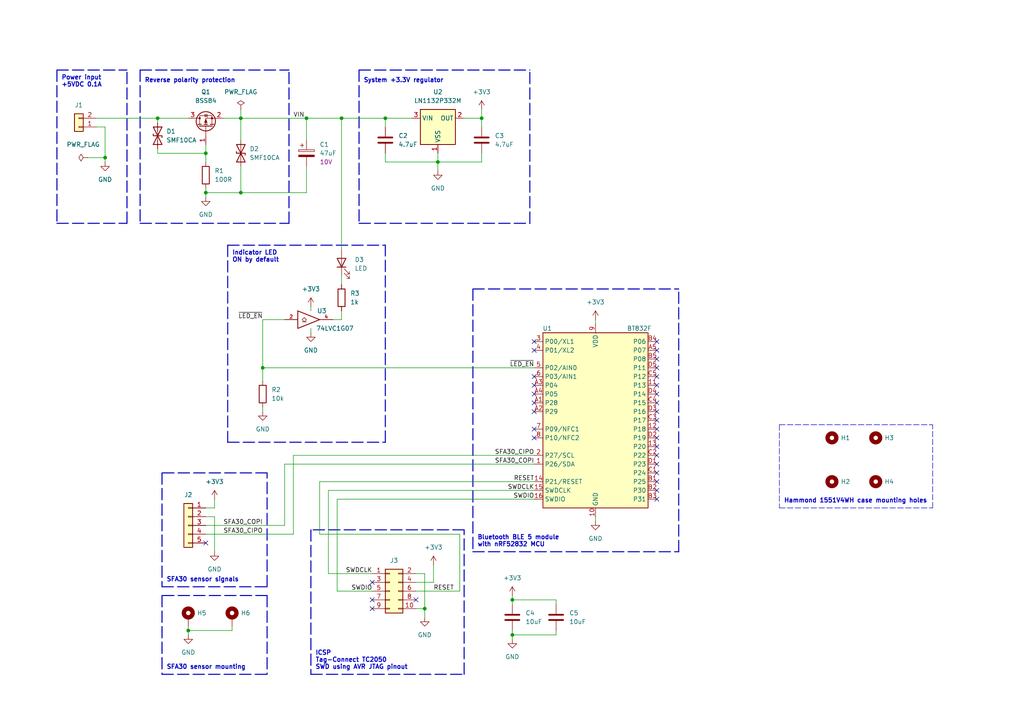
<source format=kicad_sch>
(kicad_sch (version 20211123) (generator eeschema)
  (paper "A4")
  (title_block (title "moca-hcho") (date "2022-01-01") (rev "${VERSION}") (company "https://gekkio.fi"))
  (lib_symbols
    (symbol "74xGxx:74LVC1G07" (pin_names (offset 1.016))
      (property "Reference" "U" (at -2.54 3.81 0))
      (property "Value" "74LVC1G07" (at 0 -3.81 0))
      (symbol "74LVC1G07_0_1"
        (polyline (pts (xy -2.54 -0.635) (xy -1.27 -0.635)))
        (polyline (pts (xy -3.81 2.54) (xy -3.81 -2.54) (xy 2.54 0) (xy -3.81 2.54)) (stroke (width 0.254)))
        (polyline (pts (xy -1.905 0.635) (xy -2.54 0) (xy -1.905 -0.635) (xy -1.27 0) (xy -1.905 0.635)))
      )
      (symbol "74LVC1G07_1_1"
        (pin input line (at -7.62 0 0) (length 3.81) (name "~") (number "2"))
        (pin power_in line (at 0 -2.54 270) (length 0) hide (name "GND") (number "3"))
        (pin open_collector line (at 6.35 0 180) (length 3.81) (name "~") (number "4"))
        (pin power_in line (at 0 2.54 90) (length 0) hide (name "VCC") (number "5"))
      )
    )
    (symbol "Connector_Generic:Conn_01x02" (pin_names (offset 1.016) hide)
      (property "Reference" "J" (at 0 2.54 0))
      (property "Value" "Conn_01x02" (at 0 -5.08 0))
      (symbol "Conn_01x02_1_1"
        (rectangle (start -1.27 -2.413) (end 0 -2.667) (stroke (width 0.1524)))
        (rectangle (start -1.27 0.127) (end 0 -0.127) (stroke (width 0.1524)))
        (rectangle (start -1.27 1.27) (end 1.27 -3.81) (stroke (width 0.254)) (fill (type background)))
        (pin passive line (at -5.08 0 0) (length 3.81) (name "Pin_1") (number "1"))
        (pin passive line (at -5.08 -2.54 0) (length 3.81) (name "Pin_2") (number "2"))
      )
    )
    (symbol "Connector_Generic:Conn_01x05" (pin_names (offset 1.016) hide)
      (property "Reference" "J" (at 0 7.62 0))
      (property "Value" "Conn_01x05" (at 0 -7.62 0))
      (symbol "Conn_01x05_1_1"
        (rectangle (start -1.27 -4.953) (end 0 -5.207) (stroke (width 0.1524)))
        (rectangle (start -1.27 -2.413) (end 0 -2.667) (stroke (width 0.1524)))
        (rectangle (start -1.27 0.127) (end 0 -0.127) (stroke (width 0.1524)))
        (rectangle (start -1.27 2.667) (end 0 2.413) (stroke (width 0.1524)))
        (rectangle (start -1.27 5.207) (end 0 4.953) (stroke (width 0.1524)))
        (rectangle (start -1.27 6.35) (end 1.27 -6.35) (stroke (width 0.254)) (fill (type background)))
        (pin passive line (at -5.08 5.08 0) (length 3.81) (name "Pin_1") (number "1"))
        (pin passive line (at -5.08 2.54 0) (length 3.81) (name "Pin_2") (number "2"))
        (pin passive line (at -5.08 0 0) (length 3.81) (name "Pin_3") (number "3"))
        (pin passive line (at -5.08 -2.54 0) (length 3.81) (name "Pin_4") (number "4"))
        (pin passive line (at -5.08 -5.08 0) (length 3.81) (name "Pin_5") (number "5"))
      )
    )
    (symbol "Connector_Generic:Conn_02x05_Odd_Even" (pin_names (offset 1.016) hide)
      (property "Reference" "J" (at 1.27 7.62 0))
      (property "Value" "Conn_02x05_Odd_Even" (at 1.27 -7.62 0))
      (symbol "Conn_02x05_Odd_Even_1_1"
        (rectangle (start -1.27 -4.953) (end 0 -5.207) (stroke (width 0.1524)))
        (rectangle (start -1.27 -2.413) (end 0 -2.667) (stroke (width 0.1524)))
        (rectangle (start -1.27 0.127) (end 0 -0.127) (stroke (width 0.1524)))
        (rectangle (start -1.27 2.667) (end 0 2.413) (stroke (width 0.1524)))
        (rectangle (start -1.27 5.207) (end 0 4.953) (stroke (width 0.1524)))
        (rectangle (start -1.27 6.35) (end 3.81 -6.35) (stroke (width 0.254)) (fill (type background)))
        (rectangle (start 3.81 -4.953) (end 2.54 -5.207) (stroke (width 0.1524)))
        (rectangle (start 3.81 -2.413) (end 2.54 -2.667) (stroke (width 0.1524)))
        (rectangle (start 3.81 0.127) (end 2.54 -0.127) (stroke (width 0.1524)))
        (rectangle (start 3.81 2.667) (end 2.54 2.413) (stroke (width 0.1524)))
        (rectangle (start 3.81 5.207) (end 2.54 4.953) (stroke (width 0.1524)))
        (pin passive line (at -5.08 5.08 0) (length 3.81) (name "Pin_1") (number "1"))
        (pin passive line (at 7.62 -5.08 180) (length 3.81) (name "Pin_10") (number "10"))
        (pin passive line (at 7.62 5.08 180) (length 3.81) (name "Pin_2") (number "2"))
        (pin passive line (at -5.08 2.54 0) (length 3.81) (name "Pin_3") (number "3"))
        (pin passive line (at 7.62 2.54 180) (length 3.81) (name "Pin_4") (number "4"))
        (pin passive line (at -5.08 0 0) (length 3.81) (name "Pin_5") (number "5"))
        (pin passive line (at 7.62 0 180) (length 3.81) (name "Pin_6") (number "6"))
        (pin passive line (at -5.08 -2.54 0) (length 3.81) (name "Pin_7") (number "7"))
        (pin passive line (at 7.62 -2.54 180) (length 3.81) (name "Pin_8") (number "8"))
        (pin passive line (at -5.08 -5.08 0) (length 3.81) (name "Pin_9") (number "9"))
      )
    )
    (symbol "Device:C" (pin_numbers hide) (pin_names (offset 0.254))
      (property "Reference" "C" (at 0.635 2.54 0))
      (property "Value" "C" (at 0.635 -2.54 0))
      (symbol "C_0_1"
        (polyline (pts (xy -2.032 -0.762) (xy 2.032 -0.762)) (stroke (width 0.508)))
        (polyline (pts (xy -2.032 0.762) (xy 2.032 0.762)) (stroke (width 0.508)))
      )
      (symbol "C_1_1"
        (pin passive line (at 0 3.81 270) (length 2.794) (name "~") (number "1"))
        (pin passive line (at 0 -3.81 90) (length 2.794) (name "~") (number "2"))
      )
    )
    (symbol "Device:C_Polarized" (pin_numbers hide) (pin_names (offset 0.254))
      (property "Reference" "C" (at 0.635 2.54 0))
      (property "Value" "C_Polarized" (at 0.635 -2.54 0))
      (symbol "C_Polarized_0_1"
        (rectangle (start -2.286 0.508) (end 2.286 1.016))
        (polyline (pts (xy -1.778 2.286) (xy -0.762 2.286)))
        (polyline (pts (xy -1.27 2.794) (xy -1.27 1.778)))
        (rectangle (start 2.286 -0.508) (end -2.286 -1.016) (fill (type outline)))
      )
      (symbol "C_Polarized_1_1"
        (pin passive line (at 0 3.81 270) (length 2.794) (name "~") (number "1"))
        (pin passive line (at 0 -3.81 90) (length 2.794) (name "~") (number "2"))
      )
    )
    (symbol "Device:D_TVS" (pin_numbers hide) (pin_names (offset 1.016) hide)
      (property "Reference" "D" (at 0 2.54 0))
      (property "Value" "D_TVS" (at 0 -2.54 0))
      (symbol "D_TVS_0_1"
        (polyline (pts (xy 1.27 0) (xy -1.27 0)))
        (polyline (pts (xy 0.508 1.27) (xy 0 1.27) (xy 0 -1.27) (xy -0.508 -1.27)) (stroke (width 0.254)))
        (polyline (pts (xy -2.54 1.27) (xy -2.54 -1.27) (xy 2.54 1.27) (xy 2.54 -1.27) (xy -2.54 1.27)) (stroke (width 0.254)))
      )
      (symbol "D_TVS_1_1"
        (pin passive line (at -3.81 0 0) (length 2.54) (name "A1") (number "1"))
        (pin passive line (at 3.81 0 180) (length 2.54) (name "A2") (number "2"))
      )
    )
    (symbol "Device:LED" (pin_numbers hide) (pin_names (offset 1.016) hide)
      (property "Reference" "D" (at 0 2.54 0))
      (property "Value" "LED" (at 0 -2.54 0))
      (symbol "LED_0_1"
        (polyline (pts (xy -1.27 -1.27) (xy -1.27 1.27)) (stroke (width 0.254)))
        (polyline (pts (xy -1.27 0) (xy 1.27 0)))
        (polyline (pts (xy 1.27 -1.27) (xy 1.27 1.27) (xy -1.27 0) (xy 1.27 -1.27)) (stroke (width 0.254)))
        (polyline (pts (xy -3.048 -0.762) (xy -4.572 -2.286) (xy -3.81 -2.286) (xy -4.572 -2.286) (xy -4.572 -1.524)))
        (polyline (pts (xy -1.778 -0.762) (xy -3.302 -2.286) (xy -2.54 -2.286) (xy -3.302 -2.286) (xy -3.302 -1.524)))
      )
      (symbol "LED_1_1"
        (pin passive line (at -3.81 0 0) (length 2.54) (name "K") (number "1"))
        (pin passive line (at 3.81 0 180) (length 2.54) (name "A") (number "2"))
      )
    )
    (symbol "Device:Q_PMOS_GSD" (pin_names (offset 0) hide)
      (property "Reference" "Q" (at 5.08 1.27 0))
      (property "Value" "Q_PMOS_GSD" (at 5.08 -1.27 0))
      (symbol "Q_PMOS_GSD_0_1"
        (polyline (pts (xy 0.254 0) (xy -2.54 0)))
        (polyline (pts (xy 0.254 1.905) (xy 0.254 -1.905)) (stroke (width 0.254)))
        (polyline (pts (xy 0.762 -1.27) (xy 0.762 -2.286)) (stroke (width 0.254)))
        (polyline (pts (xy 0.762 0.508) (xy 0.762 -0.508)) (stroke (width 0.254)))
        (polyline (pts (xy 0.762 2.286) (xy 0.762 1.27)) (stroke (width 0.254)))
        (polyline (pts (xy 2.54 2.54) (xy 2.54 1.778)))
        (polyline (pts (xy 2.54 -2.54) (xy 2.54 0) (xy 0.762 0)))
        (polyline (pts (xy 0.762 1.778) (xy 3.302 1.778) (xy 3.302 -1.778) (xy 0.762 -1.778)))
        (polyline (pts (xy 2.286 0) (xy 1.27 0.381) (xy 1.27 -0.381) (xy 2.286 0)) (fill (type outline)))
        (polyline (pts (xy 2.794 -0.508) (xy 2.921 -0.381) (xy 3.683 -0.381) (xy 3.81 -0.254)))
        (polyline (pts (xy 3.302 -0.381) (xy 2.921 0.254) (xy 3.683 0.254) (xy 3.302 -0.381)))
        (circle (center 1.651 0) (radius 2.794) (stroke (width 0.254)))
        (circle (center 2.54 -1.778) (radius 0.254) (fill (type outline)))
        (circle (center 2.54 1.778) (radius 0.254) (fill (type outline)))
      )
      (symbol "Q_PMOS_GSD_1_1"
        (pin input line (at -5.08 0 0) (length 2.54) (name "G") (number "1"))
        (pin passive line (at 2.54 -5.08 90) (length 2.54) (name "S") (number "2"))
        (pin passive line (at 2.54 5.08 270) (length 2.54) (name "D") (number "3"))
      )
    )
    (symbol "Device:R" (pin_numbers hide) (pin_names (offset 0))
      (property "Reference" "R" (at 2.032 0 90))
      (property "Value" "R" (at 0 0 90))
      (symbol "R_0_1"
        (rectangle (start -1.016 -2.54) (end 1.016 2.54) (stroke (width 0.254)))
      )
      (symbol "R_1_1"
        (pin passive line (at 0 3.81 270) (length 1.27) (name "~") (number "1"))
        (pin passive line (at 0 -3.81 90) (length 1.27) (name "~") (number "2"))
      )
    )
    (symbol "Gekkio_RF_Bluetooth:BT832F"
      (property "Reference" "U" (at -15.24 26.67 0))
      (property "Value" "BT832F" (at 1.27 26.67 0))
      (symbol "BT832F_0_1"
        (rectangle (start -15.24 25.4) (end 15.24 -25.4) (stroke (width 0.254)) (fill (type background)))
      )
      (symbol "BT832F_1_1"
        (pin bidirectional line (at -17.78 -12.7 0) (length 2.54) (name "P26/SDA") (number "1"))
        (pin power_in line (at 0 -27.94 90) (length 2.54) (name "GND") (number "10"))
        (pin bidirectional line (at 17.78 10.16 180) (length 2.54) (name "P13") (number "11"))
        (pin bidirectional line (at 17.78 -2.54 180) (length 2.54) (name "P18") (number "12"))
        (pin bidirectional line (at 17.78 -7.62 180) (length 2.54) (name "P20") (number "13"))
        (pin bidirectional line (at -17.78 -17.78 0) (length 2.54) (name "P21/RESET") (number "14"))
        (pin input line (at -17.78 -20.32 0) (length 2.54) (name "SWDCLK") (number "15"))
        (pin bidirectional line (at -17.78 -22.86 0) (length 2.54) (name "SWDIO") (number "16"))
        (pin bidirectional line (at -17.78 -10.16 0) (length 2.54) (name "P27/SCL") (number "2"))
        (pin bidirectional line (at -17.78 22.86 0) (length 2.54) (name "P00/XL1") (number "3"))
        (pin bidirectional line (at -17.78 20.32 0) (length 2.54) (name "P01/XL2") (number "4"))
        (pin bidirectional line (at -17.78 15.24 0) (length 2.54) (name "P02/AIN0") (number "5"))
        (pin bidirectional line (at -17.78 12.7 0) (length 2.54) (name "P03/AIN1") (number "6"))
        (pin bidirectional line (at -17.78 -2.54 0) (length 2.54) (name "P09/NFC1") (number "7"))
        (pin bidirectional line (at -17.78 -5.08 0) (length 2.54) (name "P10/NFC2") (number "8"))
        (pin power_in line (at 0 27.94 270) (length 2.54) (name "VDD") (number "9"))
        (pin passive line (at 0 -27.94 90) (length 2.54) hide (name "GND") (number "A0"))
        (pin bidirectional line (at -17.78 5.08 0) (length 2.54) (name "P28") (number "A1"))
        (pin bidirectional line (at -17.78 2.54 0) (length 2.54) (name "P29") (number "A2"))
        (pin bidirectional line (at -17.78 10.16 0) (length 2.54) (name "P04") (number "A3"))
        (pin bidirectional line (at -17.78 7.62 0) (length 2.54) (name "P05") (number "A4"))
        (pin bidirectional line (at 17.78 20.32 180) (length 2.54) (name "P07") (number "A5"))
        (pin passive line (at 0 -27.94 90) (length 2.54) hide (name "GND") (number "B0"))
        (pin bidirectional line (at 17.78 -17.78 180) (length 2.54) (name "P25") (number "B1"))
        (pin bidirectional line (at 17.78 -20.32 180) (length 2.54) (name "P30") (number "B2"))
        (pin bidirectional line (at 17.78 -22.86 180) (length 2.54) (name "P31") (number "B3"))
        (pin bidirectional line (at 17.78 22.86 180) (length 2.54) (name "P06") (number "B4"))
        (pin bidirectional line (at 17.78 17.78 180) (length 2.54) (name "P08") (number "B5"))
        (pin passive line (at 0 -27.94 90) (length 2.54) hide (name "GND") (number "C0"))
        (pin bidirectional line (at 17.78 -15.24 180) (length 2.54) (name "P24") (number "C1"))
        (pin bidirectional line (at 17.78 -10.16 180) (length 2.54) (name "P22") (number "C2"))
        (pin bidirectional line (at 17.78 0 180) (length 2.54) (name "P17") (number "C3"))
        (pin bidirectional line (at 17.78 5.08 180) (length 2.54) (name "P15") (number "C4"))
        (pin bidirectional line (at 17.78 12.7 180) (length 2.54) (name "P12") (number "C5"))
        (pin passive line (at 0 -27.94 90) (length 2.54) hide (name "GND") (number "D0"))
        (pin bidirectional line (at 17.78 -12.7 180) (length 2.54) (name "P23") (number "D1"))
        (pin bidirectional line (at 17.78 -5.08 180) (length 2.54) (name "P19") (number "D2"))
        (pin bidirectional line (at 17.78 2.54 180) (length 2.54) (name "P16") (number "D3"))
        (pin bidirectional line (at 17.78 7.62 180) (length 2.54) (name "P14") (number "D4"))
        (pin bidirectional line (at 17.78 15.24 180) (length 2.54) (name "P11") (number "D5"))
      )
    )
    (symbol "Gekkio_Regulator_Linear:LN1132PxxxM"
      (property "Reference" "U" (at 0 8.89 0))
      (property "Value" "LN1132PxxxM" (at 0 6.35 0))
      (symbol "LN1132PxxxM_0_1"
        (rectangle (start -5.08 5.08) (end 5.08 -5.08) (stroke (width 0.254)) (fill (type background)))
      )
      (symbol "LN1132PxxxM_1_1"
        (pin power_in line (at 0 -7.62 90) (length 2.54) (name "VSS") (number "1"))
        (pin power_out line (at 7.62 2.54 180) (length 2.54) (name "OUT") (number "2"))
        (pin power_in line (at -7.62 2.54 0) (length 2.54) (name "VIN") (number "3"))
      )
    )
    (symbol "Mechanical:MountingHole" (pin_names (offset 1.016))
      (property "Reference" "H" (at 0 5.08 0))
      (property "Value" "MountingHole" (at 0 3.175 0))
      (symbol "MountingHole_0_1"
        (circle (center 0 0) (radius 1.27) (stroke (width 1.27)))
      )
    )
    (symbol "Mechanical:MountingHole_Pad" (pin_numbers hide) (pin_names (offset 1.016) hide)
      (property "Reference" "H" (at 0 6.35 0))
      (property "Value" "MountingHole_Pad" (at 0 4.445 0))
      (symbol "MountingHole_Pad_0_1"
        (circle (center 0 1.27) (radius 1.27) (stroke (width 1.27)))
      )
      (symbol "MountingHole_Pad_1_1"
        (pin input line (at 0 -2.54 90) (length 2.54) (name "1") (number "1"))
      )
    )
    (symbol "power:+3V3" (power) (pin_names (offset 0))
      (property "Value" "+3V3" (at 0 3.556 0))
      (symbol "+3V3_0_1"
        (polyline (pts (xy -0.762 1.27) (xy 0 2.54)))
        (polyline (pts (xy 0 0) (xy 0 2.54)))
        (polyline (pts (xy 0 2.54) (xy 0.762 1.27)))
      )
      (symbol "+3V3_1_1"
        (pin power_in line (at 0 0 90) (length 0) hide (name "+3V3") (number "1"))
      )
    )
    (symbol "power:GND" (power) (pin_names (offset 0))
      (property "Value" "GND" (at 0 -3.81 0))
      (symbol "GND_0_1"
        (polyline (pts (xy 0 0) (xy 0 -1.27) (xy 1.27 -1.27) (xy 0 -2.54) (xy -1.27 -1.27) (xy 0 -1.27)))
      )
      (symbol "GND_1_1"
        (pin power_in line (at 0 0 270) (length 0) hide (name "GND") (number "1"))
      )
    )
    (symbol "power:PWR_FLAG" (power) (pin_numbers hide) (pin_names (offset 0) hide)
      (property "Value" "PWR_FLAG" (at 0 3.81 0))
      (symbol "PWR_FLAG_0_0"
        (pin power_out line (at 0 0 90) (length 0) (name "pwr") (number "1"))
      )
      (symbol "PWR_FLAG_0_1"
        (polyline (pts (xy 0 0) (xy 0 1.27) (xy -1.016 1.905) (xy 0 2.54) (xy 1.016 1.905) (xy 0 1.27)))
      )
    )
  )
  (junction (at 45.72 34.29))
  (junction (at 111.76 34.29))
  (junction (at 76.2 106.68))
  (junction (at 30.48 45.72))
  (junction (at 139.7 34.29))
  (junction (at 69.85 55.88))
  (junction (at 54.61 182.88))
  (junction (at 59.69 55.88))
  (junction (at 69.85 34.29))
  (junction (at 127 46.99))
  (junction (at 88.9 34.29))
  (junction (at 148.59 173.99))
  (junction (at 123.19 176.53))
  (junction (at 59.69 44.45))
  (junction (at 148.59 184.15))
  (junction (at 99.06 34.29))
  (no_connect (at 107.95 168.91))
  (no_connect (at 107.95 173.99))
  (no_connect (at 107.95 176.53))
  (no_connect (at 120.65 173.99))
  (no_connect (at 154.94 111.76))
  (no_connect (at 154.94 114.3))
  (no_connect (at 154.94 116.84))
  (no_connect (at 154.94 119.38))
  (no_connect (at 154.94 99.06))
  (no_connect (at 154.94 101.6))
  (no_connect (at 154.94 109.22))
  (no_connect (at 154.94 124.46))
  (no_connect (at 154.94 127))
  (no_connect (at 190.5 99.06))
  (no_connect (at 190.5 101.6))
  (no_connect (at 190.5 104.14))
  (no_connect (at 190.5 106.68))
  (no_connect (at 190.5 109.22))
  (no_connect (at 190.5 111.76))
  (no_connect (at 190.5 114.3))
  (no_connect (at 190.5 116.84))
  (no_connect (at 190.5 119.38))
  (no_connect (at 190.5 121.92))
  (no_connect (at 190.5 124.46))
  (no_connect (at 190.5 127))
  (no_connect (at 190.5 129.54))
  (no_connect (at 190.5 132.08))
  (no_connect (at 190.5 134.62))
  (no_connect (at 190.5 137.16))
  (no_connect (at 190.5 139.7))
  (no_connect (at 190.5 142.24))
  (no_connect (at 190.5 144.78))
  (no_connect (at 59.69 157.48))
  (polyline (pts (xy 77.47 137.16) (xy 46.99 137.16)) (stroke (width 0.3)))
  (wire (pts (xy 134.62 34.29) (xy 139.7 34.29)))
  (wire (pts (xy 139.7 34.29) (xy 139.7 36.83)))
  (wire (pts (xy 172.72 149.86) (xy 172.72 151.13)))
  (wire (pts (xy 111.76 44.45) (xy 111.76 46.99)))
  (wire (pts (xy 111.76 46.99) (xy 127 46.99)))
  (wire (pts (xy 54.61 182.88) (xy 67.31 182.88)))
  (wire (pts (xy 67.31 182.88) (xy 67.31 181.61)))
  (wire (pts (xy 120.65 166.37) (xy 123.19 166.37)))
  (wire (pts (xy 120.65 176.53) (xy 123.19 176.53)))
  (wire (pts (xy 123.19 166.37) (xy 123.19 176.53)))
  (wire (pts (xy 69.85 55.88) (xy 88.9 55.88)))
  (wire (pts (xy 120.65 168.91) (xy 125.73 168.91)))
  (wire (pts (xy 125.73 163.83) (xy 125.73 168.91)))
  (polyline (pts (xy 16.51 64.77) (xy 36.83 64.77)) (stroke (width 0.3)))
  (wire (pts (xy 133.35 154.94) (xy 92.71 154.94)))
  (wire (pts (xy 64.77 34.29) (xy 69.85 34.29)))
  (wire (pts (xy 69.85 40.64) (xy 69.85 34.29)))
  (wire (pts (xy 95.25 142.24) (xy 95.25 166.37)))
  (polyline (pts (xy 66.04 71.12) (xy 111.76 71.12)) (stroke (width 0.3)))
  (wire (pts (xy 59.69 55.88) (xy 69.85 55.88)))
  (wire (pts (xy 69.85 55.88) (xy 69.85 48.26)))
  (wire (pts (xy 172.72 92.71) (xy 172.72 93.98)))
  (polyline (pts (xy 137.16 83.82) (xy 196.85 83.82)) (stroke (width 0.3)))
  (polyline (pts (xy 46.99 195.58) (xy 77.47 195.58)) (stroke (width 0.3)))
  (polyline (pts (xy 46.99 170.18) (xy 77.47 170.18)) (stroke (width 0.3)))
  (wire (pts (xy 154.94 142.24) (xy 95.25 142.24)))
  (polyline (pts (xy 66.04 71.12) (xy 66.04 128.27)) (stroke (width 0.3)))
  (wire (pts (xy 148.59 172.72) (xy 148.59 173.99)))
  (polyline (pts (xy 40.64 20.32) (xy 40.64 64.77)) (stroke (width 0.3)))
  (polyline (pts (xy 46.99 137.16) (xy 46.99 170.18)) (stroke (width 0.3)))
  (wire (pts (xy 69.85 31.75) (xy 69.85 34.29)))
  (polyline (pts (xy 153.67 64.77) (xy 153.67 20.32)) (stroke (width 0.3)))
  (wire (pts (xy 92.71 139.7) (xy 154.94 139.7)))
  (polyline (pts (xy 134.62 153.67) (xy 90.17 153.67)) (stroke (width 0.3)))
  (wire (pts (xy 107.95 171.45) (xy 97.79 171.45)))
  (wire (pts (xy 27.94 36.83) (xy 30.48 36.83)))
  (wire (pts (xy 30.48 45.72) (xy 30.48 36.83)))
  (wire (pts (xy 30.48 46.99) (xy 30.48 45.72)))
  (wire (pts (xy 88.9 55.88) (xy 88.9 48.26)))
  (wire (pts (xy 148.59 184.15) (xy 161.29 184.15)))
  (wire (pts (xy 148.59 185.42) (xy 148.59 184.15)))
  (wire (pts (xy 161.29 182.88) (xy 161.29 184.15)))
  (wire (pts (xy 59.69 154.94) (xy 85.09 154.94)))
  (wire (pts (xy 62.23 144.78) (xy 62.23 147.32)))
  (wire (pts (xy 59.69 147.32) (xy 62.23 147.32)))
  (wire (pts (xy 154.94 132.08) (xy 85.09 132.08)))
  (polyline (pts (xy 196.85 160.02) (xy 196.85 83.82)) (stroke (width 0.3)))
  (wire (pts (xy 96.52 92.71) (xy 99.06 92.71)))
  (wire (pts (xy 99.06 92.71) (xy 99.06 90.17)))
  (wire (pts (xy 54.61 181.61) (xy 54.61 182.88)))
  (wire (pts (xy 54.61 182.88) (xy 54.61 184.15)))
  (wire (pts (xy 99.06 34.29) (xy 111.76 34.29)))
  (wire (pts (xy 97.79 144.78) (xy 154.94 144.78)))
  (polyline (pts (xy 40.64 64.77) (xy 83.82 64.77)) (stroke (width 0.3)))
  (polyline (pts (xy 77.47 172.72) (xy 46.99 172.72)) (stroke (width 0.3)))
  (wire (pts (xy 148.59 173.99) (xy 161.29 173.99)))
  (wire (pts (xy 148.59 175.26) (xy 148.59 173.99)))
  (wire (pts (xy 161.29 173.99) (xy 161.29 175.26)))
  (wire (pts (xy 76.2 118.11) (xy 76.2 119.38)))
  (polyline (pts (xy 77.47 170.18) (xy 77.47 137.16)) (stroke (width 0.3)))
  (wire (pts (xy 90.17 95.25) (xy 90.17 96.52)))
  (wire (pts (xy 111.76 34.29) (xy 111.76 36.83)))
  (wire (pts (xy 119.38 34.29) (xy 111.76 34.29)))
  (polyline (pts (xy 226.06 147.32) (xy 270.51 147.32)))
  (polyline (pts (xy 77.47 172.72) (xy 77.47 195.58)) (stroke (width 0.3)))
  (polyline (pts (xy 90.17 153.67) (xy 90.17 195.58)) (stroke (width 0.3)))
  (wire (pts (xy 85.09 154.94) (xy 85.09 132.08)))
  (wire (pts (xy 127 44.45) (xy 127 46.99)))
  (wire (pts (xy 127 46.99) (xy 127 49.53)))
  (polyline (pts (xy 83.82 64.77) (xy 83.82 20.32)) (stroke (width 0.3)))
  (wire (pts (xy 88.9 34.29) (xy 99.06 34.29)))
  (wire (pts (xy 76.2 106.68) (xy 154.94 106.68)))
  (polyline (pts (xy 104.14 64.77) (xy 153.67 64.77)) (stroke (width 0.3)))
  (wire (pts (xy 45.72 34.29) (xy 45.72 35.56)))
  (polyline (pts (xy 134.62 195.58) (xy 134.62 153.67)) (stroke (width 0.3)))
  (wire (pts (xy 27.94 34.29) (xy 45.72 34.29)))
  (wire (pts (xy 45.72 34.29) (xy 54.61 34.29)))
  (wire (pts (xy 120.65 171.45) (xy 133.35 171.45)))
  (wire (pts (xy 82.55 134.62) (xy 154.94 134.62)))
  (wire (pts (xy 95.25 166.37) (xy 107.95 166.37)))
  (wire (pts (xy 25.4 45.72) (xy 30.48 45.72)))
  (polyline (pts (xy 111.76 128.27) (xy 111.76 71.12)) (stroke (width 0.3)))
  (wire (pts (xy 123.19 176.53) (xy 123.19 179.07)))
  (polyline (pts (xy 226.06 123.19) (xy 226.06 147.32)))
  (polyline (pts (xy 40.64 20.32) (xy 83.82 20.32)) (stroke (width 0.3)))
  (polyline (pts (xy 104.14 20.32) (xy 104.14 64.77)) (stroke (width 0.3)))
  (wire (pts (xy 99.06 34.29) (xy 99.06 72.39)))
  (polyline (pts (xy 66.04 128.27) (xy 111.76 128.27)) (stroke (width 0.3)))
  (wire (pts (xy 99.06 80.01) (xy 99.06 82.55)))
  (wire (pts (xy 82.55 152.4) (xy 82.55 134.62)))
  (wire (pts (xy 139.7 44.45) (xy 139.7 46.99)))
  (wire (pts (xy 139.7 46.99) (xy 127 46.99)))
  (wire (pts (xy 133.35 171.45) (xy 133.35 154.94)))
  (polyline (pts (xy 137.16 83.82) (xy 137.16 160.02)) (stroke (width 0.3)))
  (wire (pts (xy 62.23 149.86) (xy 62.23 160.02)))
  (wire (pts (xy 59.69 149.86) (xy 62.23 149.86)))
  (wire (pts (xy 45.72 44.45) (xy 59.69 44.45)))
  (wire (pts (xy 59.69 152.4) (xy 82.55 152.4)))
  (wire (pts (xy 148.59 182.88) (xy 148.59 184.15)))
  (wire (pts (xy 45.72 43.18) (xy 45.72 44.45)))
  (polyline (pts (xy 46.99 172.72) (xy 46.99 195.58)) (stroke (width 0.3)))
  (polyline (pts (xy 104.14 20.32) (xy 153.67 20.32)) (stroke (width 0.3)))
  (polyline (pts (xy 16.51 20.32) (xy 36.83 20.32)) (stroke (width 0.3)))
  (wire (pts (xy 92.71 154.94) (xy 92.71 139.7)))
  (wire (pts (xy 76.2 92.71) (xy 82.55 92.71)))
  (wire (pts (xy 76.2 106.68) (xy 76.2 110.49)))
  (wire (pts (xy 97.79 171.45) (xy 97.79 144.78)))
  (polyline (pts (xy 16.51 20.32) (xy 16.51 64.77)) (stroke (width 0.3)))
  (wire (pts (xy 69.85 34.29) (xy 88.9 34.29)))
  (wire (pts (xy 88.9 40.64) (xy 88.9 34.29)))
  (polyline (pts (xy 137.16 160.02) (xy 196.85 160.02)) (stroke (width 0.3)))
  (polyline (pts (xy 90.17 195.58) (xy 134.62 195.58)) (stroke (width 0.3)))
  (wire (pts (xy 139.7 31.75) (xy 139.7 34.29)))
  (polyline (pts (xy 226.06 123.19) (xy 270.51 123.19)))
  (wire (pts (xy 76.2 106.68) (xy 76.2 92.71)))
  (wire (pts (xy 59.69 41.91) (xy 59.69 44.45)))
  (wire (pts (xy 59.69 44.45) (xy 59.69 46.99)))
  (wire (pts (xy 59.69 54.61) (xy 59.69 55.88)))
  (wire (pts (xy 59.69 55.88) (xy 59.69 57.15)))
  (polyline (pts (xy 36.83 64.77) (xy 36.83 20.32)) (stroke (width 0.3)))
  (polyline (pts (xy 270.51 147.32) (xy 270.51 123.19)))
  (wire (pts (xy 90.17 88.9) (xy 90.17 90.17)))
  (text "System +3.3V regulator" (at 105.41 24.13 0) (effects (font (size 1.27 1.27) (thickness 0.254) bold) (justify left bottom)))
  (text "Indicator LED\nON by default" (at 67.31 76.2 0) (effects (font (size 1.27 1.27) bold) (justify left bottom)))
  (text "SFA30 sensor mounting" (at 48.26 194.31 0) (effects (font (size 1.27 1.27) (thickness 0.254) bold) (justify left bottom)))
  (text "Reverse polarity protection" (at 41.91 24.13 0) (effects (font (size 1.27 1.27) bold) (justify left bottom)))
  (text "SFA30 sensor signals" (at 48.26 168.91 0) (effects (font (size 1.27 1.27) (thickness 0.254) bold) (justify left bottom)))
  (text "Power input\n+5VDC 0.1A" (at 17.78 25.4 0) (effects (font (size 1.27 1.27) (thickness 0.254) bold) (justify left bottom)))
  (text "Bluetooth BLE 5 module\nwith nRF52832 MCU" (at 138.43 158.75 0) (effects (font (size 1.27 1.27) bold) (justify left bottom)))
  (text "Hammond 1551V4WH case mounting holes" (at 227.33 146.05 0) (effects (font (size 1.27 1.27) (thickness 0.254) bold) (justify left bottom)))
  (text "ICSP\nTag-Connect TC2050\nSWD using AVR JTAG pinout" (at 91.44 194.31 0) (effects (font (size 1.27 1.27) (thickness 0.254) bold) (justify left bottom)))
  (label "RESET" (at 154.94 139.7 180))
  (label "SWDCLK" (at 107.95 166.37 180))
  (label "SWDIO" (at 154.94 144.78 180))
  (label "~{LED_EN}" (at 154.94 106.68 180))
  (label "SWDCLK" (at 154.94 142.24 180))
  (label "SFA30_COPI" (at 154.94 134.62 180))
  (label "SFA30_CIPO" (at 64.77 154.94 0))
  (label "SFA30_CIPO" (at 154.94 132.08 180))
  (label "SFA30_COPI" (at 64.77 152.4 0))
  (label "SWDIO" (at 107.95 171.45 180))
  (label "RESET" (at 125.73 171.45 0))
  (label "VIN" (at 85.09 34.29 0))
  (label "~{LED_EN}" (at 76.2 92.71 180))
  (symbol (lib_id "Device:C") (at 139.7 40.64 0) (unit 1)
    (property "Reference" "C3" (at 143.51 39.3699 0) (effects (justify left)))
    (property "Value" "4.7uF" (at 143.51 41.9099 0) (effects (justify left)))
    (property "Footprint" "Capacitor_SMD:C_0805_2012Metric" (effects hide))
  )
  (symbol (lib_id "power:+3V3") (at 90.17 88.9 0) (unit 1)
    (property "Reference" "#PWR02" (effects hide))
    (property "Value" "+3V3" (at 90.17 83.82 0))
  )
  (symbol (lib_id "Mechanical:MountingHole_Pad") (at 54.61 179.07 0) (unit 1)
    (property "Reference" "H5" (at 57.15 177.7999 0) (effects (justify left)))
    (property "Value" "DNP" (effects hide))
    (property "Footprint" "MountingHole:MountingHole_2.7mm_M2.5_DIN965_Pad" (effects hide))
  )
  (symbol (lib_id "Device:C") (at 148.59 179.07 0) (unit 1)
    (property "Reference" "C4" (at 152.4 177.7999 0) (effects (justify left)))
    (property "Value" "10uF" (at 152.4 180.3399 0) (effects (justify left)))
    (property "Footprint" "Capacitor_SMD:C_1206_3216Metric" (effects hide))
  )
  (symbol (lib_id "power:PWR_FLAG") (at 69.85 31.75 0) (unit 1)
    (property "Reference" "#FLG0101" (effects hide))
    (property "Value" "PWR_FLAG" (at 69.85 26.67 0))
  )
  (symbol (lib_id "power:GND") (at 62.23 160.02 0) (mirror y) (unit 1)
    (property "Reference" "#PWR0103" (effects hide))
    (property "Value" "GND" (at 62.23 165.1 0))
  )
  (symbol (lib_id "power:+3V3") (at 125.73 163.83 0) (unit 1)
    (property "Reference" "#PWR0112" (effects hide))
    (property "Value" "+3V3" (at 125.73 158.75 0))
  )
  (symbol (lib_id "Device:C") (at 111.76 40.64 0) (unit 1)
    (property "Reference" "C2" (at 115.57 39.3699 0) (effects (justify left)))
    (property "Value" "4.7uF" (at 115.57 41.9099 0) (effects (justify left)))
    (property "Footprint" "Capacitor_SMD:C_0805_2012Metric" (effects hide))
  )
  (symbol (lib_id "74xGxx:74LVC1G07") (at 90.17 92.71 0) (unit 1)
    (property "Reference" "U3" (at 93.345 90.17 0))
    (property "Value" "74LVC1G07" (at 97.155 95.25 0))
    (property "Footprint" "Package_TO_SOT_SMD:SOT-353_SC-70-5" (effects hide))
    (property "Datasheet" "http://www.ti.com/lit/sg/scyt129e/scyt129e.pdf" (effects hide))
  )
  (symbol (lib_id "power:PWR_FLAG") (at 25.4 45.72 90) (unit 1)
    (property "Reference" "#FLG0102" (effects hide))
    (property "Value" "PWR_FLAG" (at 24.13 41.91 90))
  )
  (symbol (lib_id "power:GND") (at 59.69 57.15 0) (unit 1)
    (property "Reference" "#PWR0106" (effects hide))
    (property "Value" "GND" (at 59.69 62.23 0))
  )
  (symbol (lib_id "Device:R") (at 99.06 86.36 0) (unit 1)
    (property "Reference" "R3" (at 101.6 85.0899 0) (effects (justify left)))
    (property "Value" "1k" (at 101.6 87.6299 0) (effects (justify left)))
    (property "Footprint" "Resistor_SMD:R_0805_2012Metric" (effects hide))
  )
  (symbol (lib_id "Mechanical:MountingHole") (at 254 139.7 0) (unit 1)
    (property "Reference" "H4" (at 256.54 139.6999 0) (effects (justify left)))
    (property "Value" "DNP" (effects hide))
    (property "Footprint" "MountingHole:MountingHole_2.5mm" (effects hide))
  )
  (symbol (lib_id "power:GND") (at 148.59 185.42 0) (unit 1)
    (property "Reference" "#PWR0109" (effects hide))
    (property "Value" "GND" (at 148.59 190.5 0))
  )
  (symbol (lib_id "Mechanical:MountingHole") (at 254 127 0) (unit 1)
    (property "Reference" "H3" (at 256.54 126.9999 0) (effects (justify left)))
    (property "Value" "DNP" (effects hide))
    (property "Footprint" "MountingHole:MountingHole_2.5mm" (effects hide))
  )
  (symbol (lib_id "Device:C_Polarized") (at 88.9 44.45 0) (unit 1)
    (property "Reference" "C1" (at 92.71 41.9099 0) (effects (justify left)))
    (property "Value" "47uF" (at 92.71 44.4499 0) (effects (justify left)))
    (property "Footprint" "Capacitor_SMD:CP_Elec_5x5.8" (effects hide))
    (property "Rating" "10V" (at 92.71 46.9899 0) (effects (justify left)))
  )
  (symbol (lib_id "Device:D_TVS") (at 69.85 44.45 90) (unit 1)
    (property "Reference" "D2" (at 72.39 43.1799 90) (effects (justify right)))
    (property "Value" "SMF10CA" (at 72.39 45.7199 90) (effects (justify right)))
    (property "Footprint" "Diode_SMD:D_SOD-123F" (effects hide))
  )
  (symbol (lib_id "Mechanical:MountingHole") (at 241.3 139.7 0) (unit 1)
    (property "Reference" "H2" (at 243.84 139.6999 0) (effects (justify left)))
    (property "Value" "DNP" (effects hide))
    (property "Footprint" "MountingHole:MountingHole_2.5mm" (effects hide))
  )
  (symbol (lib_id "power:GND") (at 76.2 119.38 0) (unit 1)
    (property "Reference" "#PWR01" (effects hide))
    (property "Value" "GND" (at 76.2 124.46 0))
  )
  (symbol (lib_id "Connector_Generic:Conn_02x05_Odd_Even") (at 113.03 171.45 0) (unit 1)
    (property "Reference" "J3" (at 114.3 162.56 0))
    (property "Value" "DNP" (effects hide))
    (property "Footprint" "Connector:Tag-Connect_TC2050-IDC-NL_2x05_P1.27mm_Vertical" (effects hide))
  )
  (symbol (lib_id "power:GND") (at 90.17 96.52 0) (unit 1)
    (property "Reference" "#PWR03" (effects hide))
    (property "Value" "GND" (at 90.17 101.6 0))
  )
  (symbol (lib_id "power:GND") (at 127 49.53 0) (unit 1)
    (property "Reference" "#PWR0108" (effects hide))
    (property "Value" "GND" (at 127 54.61 0))
  )
  (symbol (lib_id "Gekkio_Regulator_Linear:LN1132PxxxM") (at 127 36.83 0) (unit 1)
    (property "Reference" "U2" (at 127 26.67 0))
    (property "Value" "LN1132P332M" (at 127 29.21 0))
    (property "Footprint" "Package_TO_SOT_SMD:SOT-23" (effects hide))
    (property "Datasheet" "http://www.natlinear.com/uploadfiles/2014/LN/LN1132_E.pdf" (effects hide))
  )
  (symbol (lib_id "Mechanical:MountingHole_Pad") (at 67.31 179.07 0) (unit 1)
    (property "Reference" "H6" (at 69.85 177.7999 0) (effects (justify left)))
    (property "Value" "DNP" (effects hide))
    (property "Footprint" "MountingHole:MountingHole_2.7mm_M2.5_DIN965_Pad" (effects hide))
  )
  (symbol (lib_id "Device:R") (at 59.69 50.8 0) (unit 1)
    (property "Reference" "R1" (at 62.23 49.5299 0) (effects (justify left)))
    (property "Value" "100R" (at 62.23 52.0699 0) (effects (justify left)))
    (property "Footprint" "Resistor_SMD:R_0805_2012Metric" (effects hide))
  )
  (symbol (lib_id "Connector_Generic:Conn_01x05") (at 54.61 152.4 0) (mirror y) (unit 1)
    (property "Reference" "J2" (at 54.61 143.51 0))
    (property "Value" "DNP" (effects hide))
    (property "Footprint" "Connector_Wire:SolderWire-0.15sqmm_1x05_P4mm_D0.5mm_OD1.5mm" (effects hide))
  )
  (symbol (lib_id "Device:Q_PMOS_GSD") (at 59.69 36.83 90) (unit 1)
    (property "Reference" "Q1" (at 59.69 26.67 90))
    (property "Value" "BSS84" (at 59.69 29.21 90))
    (property "Footprint" "Package_TO_SOT_SMD:SOT-23" (effects hide))
  )
  (symbol (lib_id "power:+3V3") (at 172.72 92.71 0) (unit 1)
    (property "Reference" "#PWR0104" (effects hide))
    (property "Value" "+3V3" (at 172.72 87.63 0))
  )
  (symbol (lib_id "power:+3V3") (at 139.7 31.75 0) (unit 1)
    (property "Reference" "#PWR0107" (effects hide))
    (property "Value" "+3V3" (at 139.7 26.67 0))
  )
  (symbol (lib_id "power:+3V3") (at 62.23 144.78 0) (mirror y) (unit 1)
    (property "Reference" "#PWR0102" (effects hide))
    (property "Value" "+3V3" (at 62.23 139.7 0))
  )
  (symbol (lib_id "power:GND") (at 172.72 151.13 0) (unit 1)
    (property "Reference" "#PWR0101" (effects hide))
    (property "Value" "GND" (at 172.72 156.21 0))
  )
  (symbol (lib_id "Device:D_TVS") (at 45.72 39.37 90) (unit 1)
    (property "Reference" "D1" (at 48.26 38.0999 90) (effects (justify right)))
    (property "Value" "SMF10CA" (at 48.26 40.6399 90) (effects (justify right)))
    (property "Footprint" "Diode_SMD:D_SOD-123F" (effects hide))
  )
  (symbol (lib_id "Device:C") (at 161.29 179.07 0) (unit 1)
    (property "Reference" "C5" (at 165.1 177.7999 0) (effects (justify left)))
    (property "Value" "10uF" (at 165.1 180.3399 0) (effects (justify left)))
    (property "Footprint" "Capacitor_SMD:C_1206_3216Metric" (effects hide))
  )
  (symbol (lib_id "Connector_Generic:Conn_01x02") (at 22.86 36.83 180) (unit 1)
    (property "Reference" "J1" (at 22.86 30.48 0))
    (property "Value" "DNP" (effects hide))
    (property "Footprint" "Connector_Wire:SolderWire-0.25sqmm_1x02_P4.2mm_D0.65mm_OD1.7mm_Relief" (effects hide))
  )
  (symbol (lib_id "power:GND") (at 123.19 179.07 0) (unit 1)
    (property "Reference" "#PWR0111" (effects hide))
    (property "Value" "GND" (at 123.19 184.15 0))
  )
  (symbol (lib_id "Gekkio_RF_Bluetooth:BT832F") (at 172.72 121.92 0) (unit 1)
    (property "Reference" "U1" (at 158.75 95.25 0))
    (property "Value" "BT832F" (at 185.42 95.25 0))
    (property "Footprint" "Gekkio_RF_Module:Fanstel_BT832F" (effects hide))
    (property "Datasheet" "https://www.fanstel.com/s/BT832_datasheets.pdf" (effects hide))
  )
  (symbol (lib_id "Device:R") (at 76.2 114.3 0) (unit 1)
    (property "Reference" "R2" (at 78.74 113.0299 0) (effects (justify left)))
    (property "Value" "10k" (at 78.74 115.5699 0) (effects (justify left)))
    (property "Footprint" "Resistor_SMD:R_0805_2012Metric" (effects hide))
  )
  (symbol (lib_id "power:+3V3") (at 148.59 172.72 0) (unit 1)
    (property "Reference" "#PWR0110" (effects hide))
    (property "Value" "+3V3" (at 148.59 167.64 0))
  )
  (symbol (lib_id "power:GND") (at 54.61 184.15 0) (unit 1)
    (property "Reference" "#PWR0113" (effects hide))
    (property "Value" "GND" (at 54.61 189.23 0))
  )
  (symbol (lib_id "Mechanical:MountingHole") (at 241.3 127 0) (unit 1)
    (property "Reference" "H1" (at 243.84 126.9999 0) (effects (justify left)))
    (property "Value" "DNP" (effects hide))
    (property "Footprint" "MountingHole:MountingHole_2.5mm" (effects hide))
  )
  (symbol (lib_id "Device:LED") (at 99.06 76.2 90) (unit 1)
    (property "Reference" "D3" (at 102.87 75.3109 90) (effects (justify right)))
    (property "Value" "LED" (at 102.87 77.8509 90) (effects (justify right)))
    (property "Footprint" "LED_THT:LED_D3.0mm" (effects hide))
  )
  (symbol (lib_id "power:GND") (at 30.48 46.99 0) (unit 1)
    (property "Reference" "#PWR0105" (effects hide))
    (property "Value" "GND" (at 30.48 52.07 0))
  )
)
</source>
